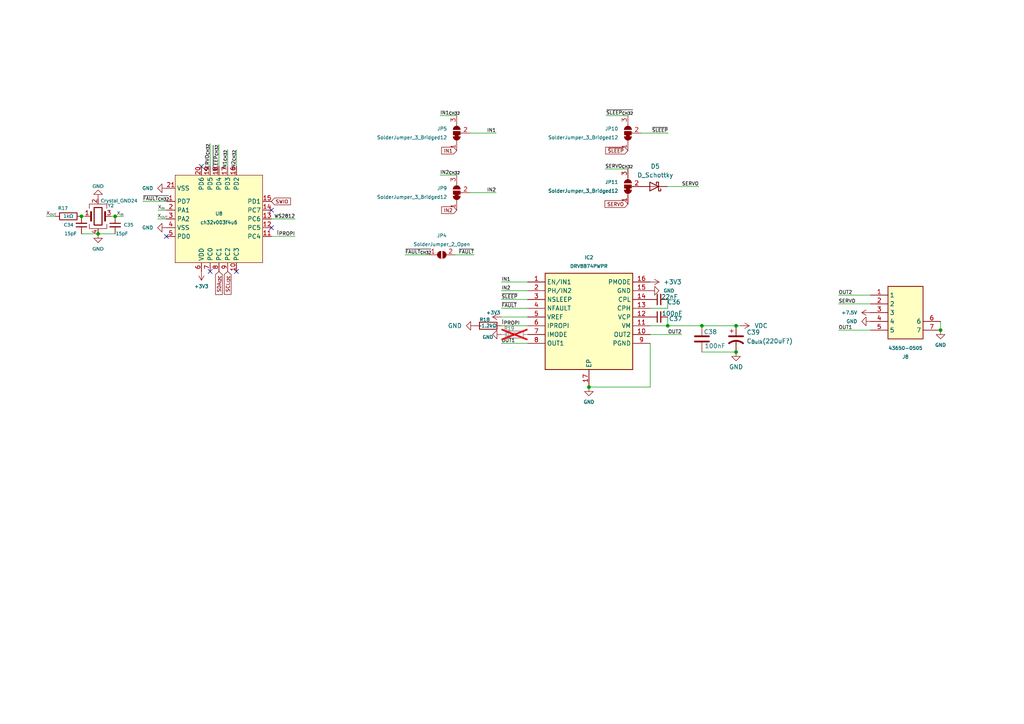
<source format=kicad_sch>
(kicad_sch (version 20230121) (generator eeschema)
  (paper "A4")
  (lib_symbols
    (symbol "DRV8874PWPR:DRV8874PWPR"
      (property "Reference" "IC" (at 31.75 7.62 0))
      (property "Value" "DRV8874PWPR" (at 31.75 5.08 0))
      (symbol "DRV8874PWPR_1_1"
        (rectangle (start 5.08 2.54) (end 30.48 -25.4) (stroke (width 0.254)) (fill (type background)))
        (pin passive line (at 0 0 0) (length 5.08) (name "EN/IN1") (number "1"))
        (pin passive line (at 35.56 -15.24 180) (length 5.08) (name "OUT2") (number "10"))
        (pin passive line (at 35.56 -12.7 180) (length 5.08) (name "VM") (number "11"))
        (pin passive line (at 35.56 -10.16 180) (length 5.08) (name "VCP") (number "12"))
        (pin passive line (at 35.56 -7.62 180) (length 5.08) (name "CPH") (number "13"))
        (pin passive line (at 35.56 -5.08 180) (length 5.08) (name "CPL") (number "14"))
        (pin passive line (at 35.56 -2.54 180) (length 5.08) (name "GND") (number "15"))
        (pin passive line (at 35.56 0 180) (length 5.08) (name "PMODE") (number "16"))
        (pin passive line (at 17.78 -30.48 90) (length 5.08) (name "EP") (number "17"))
        (pin passive line (at 0 -2.54 0) (length 5.08) (name "PH/IN2") (number "2"))
        (pin passive line (at 0 -5.08 0) (length 5.08) (name "NSLEEP") (number "3"))
        (pin passive line (at 0 -7.62 0) (length 5.08) (name "NFAULT") (number "4"))
        (pin passive line (at 0 -10.16 0) (length 5.08) (name "VREF") (number "5"))
        (pin passive line (at 0 -12.7 0) (length 5.08) (name "IPROPI") (number "6"))
        (pin passive line (at 0 -15.24 0) (length 5.08) (name "IMODE") (number "7"))
        (pin passive line (at 0 -17.78 0) (length 5.08) (name "OUT1") (number "8"))
        (pin passive line (at 35.56 -17.78 180) (length 5.08) (name "PGND") (number "9"))
      )
    )
    (symbol "Device:C" (pin_numbers hide) (pin_names (offset 0.254))
      (property "Reference" "C" (at 0.635 2.54 0))
      (property "Value" "C" (at 0.635 -2.54 0))
      (symbol "C_0_1"
        (polyline (pts (xy -2.032 -0.762) (xy 2.032 -0.762)) (stroke (width 0.508)))
        (polyline (pts (xy -2.032 0.762) (xy 2.032 0.762)) (stroke (width 0.508)))
      )
      (symbol "C_1_1"
        (pin passive line (at 0 3.81 270) (length 2.794) (name "~") (number "1"))
        (pin passive line (at 0 -3.81 90) (length 2.794) (name "~") (number "2"))
      )
    )
    (symbol "Device:C_Polarized_US" (pin_numbers hide) (pin_names (offset 0.254) hide)
      (property "Reference" "C" (at 0.635 2.54 0))
      (property "Value" "C_Polarized_US" (at 0.635 -2.54 0))
      (symbol "C_Polarized_US_0_1"
        (polyline (pts (xy -2.032 0.762) (xy 2.032 0.762)) (stroke (width 0.508)))
        (polyline (pts (xy -1.778 2.286) (xy -0.762 2.286)))
        (polyline (pts (xy -1.27 1.778) (xy -1.27 2.794)))
        (arc (start 2.032 -1.27) (mid 0 -0.5572) (end -2.032 -1.27) (stroke (width 0.508)))
      )
      (symbol "C_Polarized_US_1_1"
        (pin passive line (at 0 3.81 270) (length 2.794) (name "~") (number "1"))
        (pin passive line (at 0 -3.81 90) (length 3.302) (name "~") (number "2"))
      )
    )
    (symbol "Device:C_Small" (pin_numbers hide) (pin_names (offset 0.254) hide)
      (property "Reference" "C" (at 0.254 1.778 0))
      (property "Value" "C_Small" (at 0.254 -2.032 0))
      (symbol "C_Small_0_1"
        (polyline (pts (xy -1.524 -0.508) (xy 1.524 -0.508)) (stroke (width 0.3302)))
        (polyline (pts (xy -1.524 0.508) (xy 1.524 0.508)) (stroke (width 0.3048)))
      )
      (symbol "C_Small_1_1"
        (pin passive line (at 0 2.54 270) (length 2.032) (name "~") (number "1"))
        (pin passive line (at 0 -2.54 90) (length 2.032) (name "~") (number "2"))
      )
    )
    (symbol "Device:Crystal_GND24" (pin_names (offset 1.016) hide)
      (property "Reference" "Y" (at 3.175 5.08 0))
      (property "Value" "Crystal_GND24" (at 3.175 3.175 0))
      (symbol "Crystal_GND24_0_1"
        (rectangle (start -1.143 2.54) (end 1.143 -2.54) (stroke (width 0.3048)))
        (polyline (pts (xy -2.54 0) (xy -2.032 0)))
        (polyline (pts (xy -2.032 -1.27) (xy -2.032 1.27)) (stroke (width 0.508)))
        (polyline (pts (xy 0 -3.81) (xy 0 -3.556)))
        (polyline (pts (xy 0 3.556) (xy 0 3.81)))
        (polyline (pts (xy 2.032 -1.27) (xy 2.032 1.27)) (stroke (width 0.508)))
        (polyline (pts (xy 2.032 0) (xy 2.54 0)))
        (polyline (pts (xy -2.54 -2.286) (xy -2.54 -3.556) (xy 2.54 -3.556) (xy 2.54 -2.286)))
        (polyline (pts (xy -2.54 2.286) (xy -2.54 3.556) (xy 2.54 3.556) (xy 2.54 2.286)))
      )
      (symbol "Crystal_GND24_1_1"
        (pin passive line (at -3.81 0 0) (length 1.27) (name "1") (number "1"))
        (pin passive line (at 0 5.08 270) (length 1.27) (name "2") (number "2"))
        (pin passive line (at 3.81 0 180) (length 1.27) (name "3") (number "3"))
        (pin passive line (at 0 -5.08 90) (length 1.27) (name "4") (number "4"))
      )
    )
    (symbol "Device:D_Schottky" (pin_numbers hide) (pin_names (offset 1.016) hide)
      (property "Reference" "D" (at 0 2.54 0))
      (property "Value" "D_Schottky" (at 0 -2.54 0))
      (symbol "D_Schottky_0_1"
        (polyline (pts (xy 1.27 0) (xy -1.27 0)))
        (polyline (pts (xy 1.27 1.27) (xy 1.27 -1.27) (xy -1.27 0) (xy 1.27 1.27)) (stroke (width 0.254)))
        (polyline (pts (xy -1.905 0.635) (xy -1.905 1.27) (xy -1.27 1.27) (xy -1.27 -1.27) (xy -0.635 -1.27) (xy -0.635 -0.635)) (stroke (width 0.254)))
      )
      (symbol "D_Schottky_1_1"
        (pin passive line (at -3.81 0 0) (length 2.54) (name "K") (number "1"))
        (pin passive line (at 3.81 0 180) (length 2.54) (name "A") (number "2"))
      )
    )
    (symbol "Device:R" (pin_numbers hide) (pin_names (offset 0))
      (property "Reference" "R" (at 2.032 0 90))
      (property "Value" "R" (at 0 0 90))
      (symbol "R_0_1"
        (rectangle (start -1.016 -2.54) (end 1.016 2.54) (stroke (width 0.254)))
      )
      (symbol "R_1_1"
        (pin passive line (at 0 3.81 270) (length 1.27) (name "~") (number "1"))
        (pin passive line (at 0 -3.81 90) (length 1.27) (name "~") (number "2"))
      )
    )
    (symbol "Jumper:SolderJumper_2_Open" (pin_names (offset 0) hide)
      (property "Reference" "JP" (at 0 2.032 0))
      (property "Value" "SolderJumper_2_Open" (at 0 -2.54 0))
      (symbol "SolderJumper_2_Open_0_1"
        (arc (start -0.254 1.016) (mid -1.2656 0) (end -0.254 -1.016))
        (arc (start -0.254 1.016) (mid -1.2656 0) (end -0.254 -1.016) (fill (type outline)))
        (polyline (pts (xy -0.254 1.016) (xy -0.254 -1.016)))
        (polyline (pts (xy 0.254 1.016) (xy 0.254 -1.016)))
        (arc (start 0.254 -1.016) (mid 1.2656 0) (end 0.254 1.016))
        (arc (start 0.254 -1.016) (mid 1.2656 0) (end 0.254 1.016) (fill (type outline)))
      )
      (symbol "SolderJumper_2_Open_1_1"
        (pin passive line (at -3.81 0 0) (length 2.54) (name "A") (number "1"))
        (pin passive line (at 3.81 0 180) (length 2.54) (name "B") (number "2"))
      )
    )
    (symbol "Jumper:SolderJumper_3_Bridged12" (pin_names (offset 0) hide)
      (property "Reference" "JP" (at -2.54 -2.54 0))
      (property "Value" "SolderJumper_3_Bridged12" (at 0 2.794 0))
      (symbol "SolderJumper_3_Bridged12_0_1"
        (rectangle (start -1.016 0.508) (end -0.508 -0.508) (fill (type outline)))
        (arc (start -1.016 1.016) (mid -2.0276 0) (end -1.016 -1.016))
        (arc (start -1.016 1.016) (mid -2.0276 0) (end -1.016 -1.016) (fill (type outline)))
        (rectangle (start -0.508 1.016) (end 0.508 -1.016) (fill (type outline)))
        (polyline (pts (xy -2.54 0) (xy -2.032 0)))
        (polyline (pts (xy -1.016 1.016) (xy -1.016 -1.016)))
        (polyline (pts (xy 0 -1.27) (xy 0 -1.016)))
        (polyline (pts (xy 1.016 1.016) (xy 1.016 -1.016)))
        (polyline (pts (xy 2.54 0) (xy 2.032 0)))
        (arc (start 1.016 -1.016) (mid 2.0276 0) (end 1.016 1.016))
        (arc (start 1.016 -1.016) (mid 2.0276 0) (end 1.016 1.016) (fill (type outline)))
      )
      (symbol "SolderJumper_3_Bridged12_1_1"
        (pin passive line (at -5.08 0 0) (length 2.54) (name "A") (number "1"))
        (pin passive line (at 0 -3.81 90) (length 2.54) (name "C") (number "2"))
        (pin passive line (at 5.08 0 180) (length 2.54) (name "B") (number "3"))
      )
    )
    (symbol "MOLEX-MicroFit-5P:43650-0505"
      (property "Reference" "J" (at 16.51 7.62 0))
      (property "Value" "43650-0505" (at 16.51 5.08 0))
      (symbol "43650-0505_1_1"
        (rectangle (start 5.08 2.54) (end 15.24 -12.7) (stroke (width 0.254)) (fill (type background)))
        (pin passive line (at 20.32 -10.16 180) (length 5.08) (name "1") (number "1"))
        (pin passive line (at 20.32 -7.62 180) (length 5.08) (name "2") (number "2"))
        (pin passive line (at 20.32 -5.08 180) (length 5.08) (name "3") (number "3"))
        (pin passive line (at 20.32 -2.54 180) (length 5.08) (name "4") (number "4"))
        (pin passive line (at 20.32 0 180) (length 5.08) (name "5") (number "5"))
        (pin passive line (at 0 -2.54 0) (length 5.08) (name "6") (number "6"))
        (pin passive line (at 0 0 0) (length 5.08) (name "7") (number "7"))
      )
    )
    (symbol "PCM_4ms_Power-symbol:GND" (power) (pin_names (offset 0))
      (property "Value" "GND" (at 0 -3.81 0))
      (symbol "GND_0_1"
        (polyline (pts (xy 0 0) (xy 0 -1.27) (xy 1.27 -1.27) (xy 0 -2.54) (xy -1.27 -1.27) (xy 0 -1.27)))
      )
      (symbol "GND_1_1"
        (pin power_in line (at 0 0 270) (length 0) hide (name "GND") (number "1"))
      )
    )
    (symbol "ch32v003:ch32v003f4u6"
      (property "Reference" "U" (at 0 0 0))
      (property "Value" "ch32v003f4u6" (at 0 0 0))
      (symbol "ch32v003f4u6_1_1"
        (rectangle (start -12.7 12.7) (end 12.7 -12.7) (fill (type background)))
        (pin input line (at -15.24 5.08 0) (length 2.54) (name "PD7") (number "1"))
        (pin input line (at 5.08 -15.24 90) (length 2.54) (name "PC3") (number "10"))
        (pin input line (at 15.24 -5.08 180) (length 2.54) (name "PC4") (number "11"))
        (pin input line (at 15.24 -2.54 180) (length 2.54) (name "PC5") (number "12"))
        (pin input line (at 15.24 0 180) (length 2.54) (name "PC6") (number "13"))
        (pin input line (at 15.24 2.54 180) (length 2.54) (name "PC7") (number "14"))
        (pin input line (at 15.24 5.08 180) (length 2.54) (name "PD1") (number "15"))
        (pin input line (at 5.08 15.24 270) (length 2.54) (name "PD2") (number "16"))
        (pin input line (at 2.54 15.24 270) (length 2.54) (name "PD3") (number "17"))
        (pin input line (at 0 15.24 270) (length 2.54) (name "PD4") (number "18"))
        (pin input line (at -2.54 15.24 270) (length 2.54) (name "PD5") (number "19"))
        (pin input line (at -15.24 2.54 0) (length 2.54) (name "PA1") (number "2"))
        (pin input line (at -5.08 15.24 270) (length 2.54) (name "PD6") (number "20"))
        (pin input line (at -15.24 8.89 0) (length 2.54) (name "VSS") (number "21"))
        (pin input line (at -15.24 0 0) (length 2.54) (name "PA2") (number "3"))
        (pin input line (at -15.24 -2.54 0) (length 2.54) (name "VSS") (number "4"))
        (pin input line (at -15.24 -5.08 0) (length 2.54) (name "PD0") (number "5"))
        (pin input line (at -5.08 -15.24 90) (length 2.54) (name "VDD") (number "6"))
        (pin input line (at -2.54 -15.24 90) (length 2.54) (name "PC0") (number "7"))
        (pin input line (at 0 -15.24 90) (length 2.54) (name "PC1") (number "8"))
        (pin input line (at 2.54 -15.24 90) (length 2.54) (name "PC2") (number "9"))
      )
    )
    (symbol "power:+3V3" (power) (pin_names (offset 0))
      (property "Value" "+3V3" (at 0 3.556 0))
      (symbol "+3V3_0_1"
        (polyline (pts (xy -0.762 1.27) (xy 0 2.54)))
        (polyline (pts (xy 0 0) (xy 0 2.54)))
        (polyline (pts (xy 0 2.54) (xy 0.762 1.27)))
      )
      (symbol "+3V3_1_1"
        (pin power_in line (at 0 0 90) (length 0) hide (name "+3V3") (number "1"))
      )
    )
    (symbol "power:+7.5V" (power) (pin_names (offset 0))
      (property "Value" "+7.5V" (at 0 3.556 0))
      (symbol "+7.5V_0_1"
        (polyline (pts (xy -0.762 1.27) (xy 0 2.54)))
        (polyline (pts (xy 0 0) (xy 0 2.54)))
        (polyline (pts (xy 0 2.54) (xy 0.762 1.27)))
      )
      (symbol "+7.5V_1_1"
        (pin power_in line (at 0 0 90) (length 0) hide (name "+7.5V") (number "1"))
      )
    )
    (symbol "power:GND" (power) (pin_names (offset 0))
      (property "Value" "GND" (at 0 -3.81 0))
      (symbol "GND_0_1"
        (polyline (pts (xy 0 0) (xy 0 -1.27) (xy 1.27 -1.27) (xy 0 -2.54) (xy -1.27 -1.27) (xy 0 -1.27)))
      )
      (symbol "GND_1_1"
        (pin power_in line (at 0 0 270) (length 0) hide (name "GND") (number "1"))
      )
    )
    (symbol "power:VDC" (power) (pin_names (offset 0))
      (property "Value" "VDC" (at 0 6.35 0))
      (symbol "VDC_0_1"
        (polyline (pts (xy -0.762 1.27) (xy 0 2.54)))
        (polyline (pts (xy 0 0) (xy 0 2.54)))
        (polyline (pts (xy 0 2.54) (xy 0.762 1.27)))
      )
      (symbol "VDC_1_1"
        (pin power_in line (at 0 0 90) (length 0) hide (name "VDC") (number "1"))
      )
    )
  )
  (junction (at 213.487 102.108))
  (junction (at 272.796 95.758))
  (junction (at 28.448 67.818))
  (junction (at 170.815 112.268))
  (junction (at 193.675 94.488))
  (junction (at 33.401 62.738))
  (junction (at 213.487 94.488))
  (junction (at 23.622 62.738))
  (junction (at 203.581 94.488))
  (no_connect (at 48.26 68.58))
  (no_connect (at 58.42 48.26))
  (no_connect (at 68.58 78.74))
  (no_connect (at 78.74 66.04))
  (no_connect (at 60.96 78.74))
  (no_connect (at 78.74 60.96))
  (wire (pts (xy 193.675 86.868) (xy 193.675 89.408)))
  (wire (pts (xy 23.622 62.738) (xy 24.638 62.738)))
  (wire (pts (xy 243.205 88.138) (xy 252.476 88.138)))
  (wire (pts (xy 145.415 99.568) (xy 153.035 99.568)))
  (wire (pts (xy 136.271 55.88) (xy 143.891 55.88)))
  (wire (pts (xy 193.548 54.102) (xy 202.692 54.102)))
  (wire (pts (xy 213.487 94.488) (xy 214.757 94.488)))
  (wire (pts (xy 145.415 89.408) (xy 153.035 89.408)))
  (wire (pts (xy 137.541 73.914) (xy 131.953 73.914)))
  (wire (pts (xy 136.271 38.608) (xy 143.891 38.608)))
  (wire (pts (xy 197.739 97.028) (xy 188.595 97.028)))
  (wire (pts (xy 153.035 86.868) (xy 145.415 86.868)))
  (wire (pts (xy 188.595 99.568) (xy 188.595 112.268)))
  (wire (pts (xy 188.595 112.268) (xy 170.815 112.268)))
  (wire (pts (xy 272.796 93.218) (xy 272.796 95.758)))
  (wire (pts (xy 23.622 67.818) (xy 28.448 67.818)))
  (wire (pts (xy 127.635 33.528) (xy 132.461 33.528)))
  (wire (pts (xy 203.581 102.108) (xy 213.487 102.108)))
  (wire (pts (xy 78.74 68.58) (xy 85.598 68.58)))
  (wire (pts (xy 68.58 43.434) (xy 68.58 48.26)))
  (wire (pts (xy 66.04 43.434) (xy 66.04 48.26)))
  (wire (pts (xy 203.581 94.488) (xy 213.487 94.488)))
  (wire (pts (xy 78.74 63.5) (xy 85.598 63.5)))
  (wire (pts (xy 175.514 49.022) (xy 182.118 49.022)))
  (wire (pts (xy 185.928 38.608) (xy 193.802 38.608)))
  (wire (pts (xy 28.448 67.818) (xy 33.401 67.818)))
  (wire (pts (xy 32.258 62.738) (xy 33.401 62.738)))
  (wire (pts (xy 193.675 91.948) (xy 193.675 94.488)))
  (wire (pts (xy 153.035 84.328) (xy 145.415 84.328)))
  (wire (pts (xy 243.205 95.758) (xy 252.476 95.758)))
  (wire (pts (xy 193.675 94.488) (xy 203.581 94.488)))
  (wire (pts (xy 243.205 85.598) (xy 252.476 85.598)))
  (wire (pts (xy 63.5 41.91) (xy 63.5 48.26)))
  (wire (pts (xy 145.415 91.948) (xy 153.035 91.948)))
  (wire (pts (xy 41.402 58.42) (xy 48.26 58.42)))
  (wire (pts (xy 45.72 63.5) (xy 48.26 63.5)))
  (wire (pts (xy 145.415 94.488) (xy 153.035 94.488)))
  (wire (pts (xy 117.475 73.914) (xy 124.333 73.914)))
  (wire (pts (xy 33.401 62.738) (xy 35.814 62.738)))
  (wire (pts (xy 153.035 81.788) (xy 145.415 81.788)))
  (wire (pts (xy 193.675 89.408) (xy 188.595 89.408)))
  (wire (pts (xy 60.96 41.656) (xy 60.96 48.26)))
  (wire (pts (xy 13.462 62.738) (xy 16.002 62.738)))
  (wire (pts (xy 188.595 94.488) (xy 193.675 94.488)))
  (wire (pts (xy 175.768 33.528) (xy 182.118 33.528)))
  (wire (pts (xy 48.26 60.96) (xy 45.847 60.96)))
  (wire (pts (xy 127.635 50.8) (xy 132.461 50.8)))
  (label "~{SLEEP_{CH32}}" (at 175.768 33.528 0) (effects (font (size 1 1))))
  (label "IN1" (at 145.415 81.788 0) (effects (font (size 1 1))))
  (label "X_{OUT}" (at 13.462 62.738 0) (effects (font (size 1 1))))
  (label "SERVO_{CH32}" (at 60.96 41.656 270) (effects (font (size 1 1))))
  (label "OUT2" (at 243.205 85.598 0) (effects (font (size 1 1))))
  (label "X_{IN}" (at 45.847 60.96 0) (effects (font (size 1 1))))
  (label "X_{OUT}" (at 45.72 63.5 0) (effects (font (size 1 1))))
  (label "IN2_{CH32}" (at 127.635 50.8 0) (effects (font (size 1 1))))
  (label "IN1_{CH32}" (at 66.04 43.434 270) (effects (font (size 1 1))))
  (label "~{FAULT}" (at 145.415 89.408 0) (effects (font (size 1 1))))
  (label "~{FAULT_{CH32}}" (at 117.475 73.914 0) (effects (font (size 1 1))))
  (label "IN2" (at 145.415 84.328 0) (effects (font (size 1 1))))
  (label "OUT1" (at 145.415 99.568 0) (effects (font (size 1 1))))
  (label "SERVO" (at 243.205 88.138 0) (effects (font (size 1 1))))
  (label "~{SLEEP}" (at 193.802 38.608 180) (effects (font (size 1 1))))
  (label "~{SLEEP_{CH32}}" (at 63.5 41.91 270) (effects (font (size 1 1))))
  (label "X_{IN}" (at 35.814 62.738 180) (effects (font (size 1 1))))
  (label "SERVO" (at 202.692 54.102 180) (effects (font (size 1 1))))
  (label "~{FAULT}" (at 137.541 73.914 180) (effects (font (size 1 1))))
  (label "IN2_{CH32}" (at 68.58 43.434 270) (effects (font (size 1 1))))
  (label "I_{PROPI}" (at 85.598 68.58 180))
  (label "~{SLEEP}" (at 145.415 86.868 0) (effects (font (size 1 1))))
  (label "IN2" (at 143.891 55.88 180) (effects (font (size 1 1))))
  (label "~{FAULT_{CH32}}" (at 41.402 58.42 0) (effects (font (size 1 1))))
  (label "OUT2" (at 197.739 97.028 180) (effects (font (size 1 1))))
  (label "IN1_{CH32}" (at 127.635 33.528 0) (effects (font (size 1 1))))
  (label "OUT1" (at 243.205 95.758 0) (effects (font (size 1 1))))
  (label "IN1" (at 143.891 38.608 180) (effects (font (size 1 1))))
  (label "SERVO_{CH32}" (at 175.514 49.022 0) (effects (font (size 1 1))))
  (label "WS2812" (at 85.598 63.5 180) (effects (font (size 1 1))))
  (label "I_{PROPI}" (at 145.415 94.488 0))
  (global_label "IN2_{${SHEETNAME}}" (shape input) (at 132.461 60.96 180) (effects (font (size 1 1))) (property "Intersheetrefs" "${INTERSHEET_REFS}" (effects hide)))
  (global_label "SWIO_{${SHEETNAME}}" (shape input) (at 78.74 58.42 0) (effects (font (size 1 1))) (property "Intersheetrefs" "${INTERSHEET_REFS}" (effects hide)))
  (global_label "~{SLEEP_{${SHEETNAME}}}" (shape input) (at 182.118 43.688 180) (effects (font (size 1 1))) (property "Intersheetrefs" "${INTERSHEET_REFS}" (effects hide)))
  (global_label "IN1_{${SHEETNAME}}" (shape input) (at 132.461 43.688 180) (effects (font (size 1 1))) (property "Intersheetrefs" "${INTERSHEET_REFS}" (effects hide)))
  (global_label "SDA_{I2C}" (shape input) (at 63.5 78.74 270) (effects (font (size 1 1))) (property "Intersheetrefs" "${INTERSHEET_REFS}" (effects hide)))
  (global_label "SCL_{I2C}" (shape input) (at 66.04 78.74 270) (effects (font (size 1 1))) (property "Intersheetrefs" "${INTERSHEET_REFS}" (effects hide)))
  (global_label "SERVO_{${SHEETNAME}}" (shape input) (at 182.118 59.182 180) (effects (font (size 1 1))) (property "Intersheetrefs" "${INTERSHEET_REFS}" (effects hide)))
  (symbol (lib_id "power:+7.5V") (at 252.476 90.678 90) (unit 1)
    (property "Reference" "#PWR0109" (effects hide))
    (property "Value" "+7.5V" (at 248.666 90.6781 90) (effects (font (size 1 1)) (justify left)))
    (instances (project "main_pcb" (path "" (reference "#PWR0109") (unit 1)) (path "" (reference "#PWR0125") (unit 1)) (path "" (reference "#PWR0141") (unit 1)) (path "" (reference "#PWR0157") (unit 1)) (path "" (reference "#PWR0173") (unit 1)) (path "" (reference "#PWR0189") (unit 1))))
  )
  (symbol (lib_id "power:VDC") (at 214.757 94.488 270) (unit 1)
    (property "Reference" "#PWR0108" (effects hide))
    (property "Value" "VDC" (at 218.821 94.4879 90) (effects (justify left)))
    (instances (project "main_pcb" (path "" (reference "#PWR0108") (unit 1)) (path "" (reference "#PWR0124") (unit 1)) (path "" (reference "#PWR0140") (unit 1)) (path "" (reference "#PWR0156") (unit 1)) (path "" (reference "#PWR0172") (unit 1)) (path "" (reference "#PWR0188") (unit 1))))
  )
  (symbol (lib_id "Device:R") (at 149.225 97.028 90) (unit 1) (dnp yes)
    (property "Reference" "R19" (at 147.701 95.25 90) (effects (font (size 1 1))))
    (property "Value" "DNF" (at 148.209 97.028 90) (effects (font (size 1 1))))
    (property "Footprint" "Resistor_SMD:R_0603_1608Metric_Pad0.98x0.95mm_HandSolder" (effects hide))
    (instances (project "main_pcb" (path "" (reference "R19") (unit 1)) (path "" (reference "R22") (unit 1)) (path "" (reference "R25") (unit 1)) (path "" (reference "R28") (unit 1)) (path "" (reference "R31") (unit 1)) (path "" (reference "R34") (unit 1))))
  )
  (symbol (lib_id "Jumper:SolderJumper_3_Bridged12") (at 182.118 38.608 90) (unit 1)
    (property "Reference" "JP10" (at 179.324 37.3379 90) (effects (font (size 1 1)) (justify left)))
    (property "Value" "SolderJumper_3_Bridged12" (at 179.324 39.8779 90) (effects (font (size 1 1)) (justify left)))
    (property "Footprint" "Jumper:SolderJumper-3_P1.3mm_Bridged12_RoundedPad1.0x1.5mm" (effects hide))
    (instances (project "main_pcb" (path "" (reference "JP10") (unit 1)) (path "" (reference "JP15") (unit 1)) (path "" (reference "JP20") (unit 1)) (path "" (reference "JP25") (unit 1)) (path "" (reference "JP30") (unit 1)) (path "" (reference "JP35") (unit 1))))
  )
  (symbol (lib_id "Device:C_Small") (at 23.622 65.278 180) (unit 1)
    (property "Reference" "C34" (at 18.542 65.278 0) (effects (font (size 1 1)) (justify right)))
    (property "Value" "15pF" (at 18.542 67.818 0) (effects (font (size 1 1)) (justify right)))
    (property "Footprint" "Capacitor_SMD:C_0603_1608Metric_Pad1.08x0.95mm_HandSolder" (effects hide))
    (property "LCSC" "C107037" (effects hide))
    (instances (project "main_pcb" (path "" (reference "C34") (unit 1)) (path "" (reference "C40") (unit 1)) (path "" (reference "C46") (unit 1)) (path "" (reference "C52") (unit 1)) (path "" (reference "C58") (unit 1)) (path "" (reference "C64") (unit 1))))
  )
  (symbol (lib_id "ch32v003:ch32v003f4u6") (at 63.5 63.5 0) (unit 1)
    (property "Reference" "U8" (at 63.5 61.976 0) (effects (font (size 1 1))))
    (property "Value" "ch32v003f4u6" (at 63.5 64.516 0) (effects (font (size 1 1))))
    (property "Footprint" "Package_DFN_QFN:QFN-20-1EP_3x3mm_P0.4mm_EP1.65x1.65mm" (effects hide))
    (property "LCSC" "C5299908" (effects hide))
    (instances (project "main_pcb" (path "" (reference "U8") (unit 1)) (path "" (reference "U9") (unit 1)) (path "" (reference "U10") (unit 1)) (path "" (reference "U11") (unit 1)) (path "" (reference "U12") (unit 1)) (path "" (reference "U13") (unit 1))))
  )
  (symbol (lib_id "Device:C") (at 203.581 98.298 0) (unit 1)
    (property "Reference" "C38" (at 204.089 96.266 0) (effects (justify left)))
    (property "Value" "100nF" (at 204.343 100.33 0) (effects (justify left)))
    (property "Footprint" "Capacitor_SMD:C_0402_1005Metric_Pad0.74x0.62mm_HandSolder" (effects hide))
    (property "LCSC" "C1525" (effects hide))
    (instances (project "main_pcb" (path "" (reference "C38") (unit 1)) (path "" (reference "C44") (unit 1)) (path "" (reference "C50") (unit 1)) (path "" (reference "C56") (unit 1)) (path "" (reference "C62") (unit 1)) (path "" (reference "C68") (unit 1))))
  )
  (symbol (lib_id "Device:Crystal_GND24") (at 28.448 62.738 0) (unit 1)
    (property "Reference" "Y2" (at 32.131 59.69 0) (effects (font (size 1 1))))
    (property "Value" "Crystal_GND24" (at 34.544 58.293 0) (effects (font (size 1 1))))
    (property "Footprint" "Crystal:Crystal_SMD_3225-4Pin_3.2x2.5mm" (effects hide))
    (property "LCSC" "C7424717" (effects hide))
    (instances (project "main_pcb" (path "" (reference "Y2") (unit 1)) (path "" (reference "Y3") (unit 1)) (path "" (reference "Y4") (unit 1)) (path "" (reference "Y5") (unit 1)) (path "" (reference "Y6") (unit 1)) (path "" (reference "Y7") (unit 1))))
  )
  (symbol (lib_id "PCM_4ms_Power-symbol:GND") (at 137.795 94.488 270) (unit 1)
    (property "Reference" "#PWR0101" (effects hide))
    (property "Value" "GND" (at 133.985 94.4879 90) (effects (justify right)))
    (instances (project "main_pcb" (path "" (reference "#PWR0101") (unit 1)) (path "" (reference "#PWR0117") (unit 1)) (path "" (reference "#PWR0133") (unit 1)) (path "" (reference "#PWR0149") (unit 1)) (path "" (reference "#PWR0165") (unit 1)) (path "" (reference "#PWR0181") (unit 1))))
  )
  (symbol (lib_id "Jumper:SolderJumper_3_Bridged12") (at 132.461 55.88 90) (unit 1)
    (property "Reference" "JP9" (at 129.667 54.6099 90) (effects (font (size 1 1)) (justify left)))
    (property "Value" "SolderJumper_3_Bridged12" (at 129.667 57.1499 90) (effects (font (size 1 1)) (justify left)))
    (property "Footprint" "Jumper:SolderJumper-3_P1.3mm_Bridged12_RoundedPad1.0x1.5mm" (effects hide))
    (instances (project "main_pcb" (path "" (reference "JP9") (unit 1)) (path "" (reference "JP14") (unit 1)) (path "" (reference "JP19") (unit 1)) (path "" (reference "JP24") (unit 1)) (path "" (reference "JP29") (unit 1)) (path "" (reference "JP34") (unit 1))))
  )
  (symbol (lib_id "power:GND") (at 28.448 67.818 0) (unit 1)
    (property "Reference" "#PWR097" (effects hide))
    (property "Value" "GND" (at 28.448 72.2614 0) (effects (font (size 1 1))))
    (instances (project "main_pcb" (path "" (reference "#PWR097") (unit 1)) (path "" (reference "#PWR0113") (unit 1)) (path "" (reference "#PWR0129") (unit 1)) (path "" (reference "#PWR0145") (unit 1)) (path "" (reference "#PWR0161") (unit 1)) (path "" (reference "#PWR0177") (unit 1))))
  )
  (symbol (lib_id "PCM_4ms_Power-symbol:GND") (at 188.595 84.328 90) (unit 1)
    (property "Reference" "#PWR0106" (effects hide))
    (property "Value" "GND" (at 192.405 84.3279 90) (effects (font (size 1 1)) (justify right)))
    (instances (project "main_pcb" (path "" (reference "#PWR0106") (unit 1)) (path "" (reference "#PWR0122") (unit 1)) (path "" (reference "#PWR0138") (unit 1)) (path "" (reference "#PWR0154") (unit 1)) (path "" (reference "#PWR0170") (unit 1)) (path "" (reference "#PWR0186") (unit 1))))
  )
  (symbol (lib_id "power:+3V3") (at 145.415 91.948 90) (unit 1)
    (property "Reference" "#PWR0102" (effects hide))
    (property "Value" "+3V3" (at 145.161 90.678 90) (effects (font (size 1 1)) (justify left)))
    (instances (project "main_pcb" (path "" (reference "#PWR0102") (unit 1)) (path "" (reference "#PWR0118") (unit 1)) (path "" (reference "#PWR0134") (unit 1)) (path "" (reference "#PWR0150") (unit 1)) (path "" (reference "#PWR0166") (unit 1)) (path "" (reference "#PWR0182") (unit 1))))
  )
  (symbol (lib_id "Device:D_Schottky") (at 189.738 54.102 180) (unit 1)
    (property "Reference" "D5" (at 190.0555 48.26 0))
    (property "Value" "D_Schottky" (at 190.0555 50.8 0))
    (property "Footprint" "Diode_SMD:D_SOD-123" (effects hide))
    (property "LCSC" "C5344563" (effects hide))
    (instances (project "main_pcb" (path "" (reference "D5") (unit 1)) (path "" (reference "D6") (unit 1)) (path "" (reference "D7") (unit 1)) (path "" (reference "D8") (unit 1)) (path "" (reference "D9") (unit 1)) (path "" (reference "D10") (unit 1))))
  )
  (symbol (lib_id "PCM_4ms_Power-symbol:GND") (at 272.796 95.758 0) (unit 1)
    (property "Reference" "#PWR0111" (effects hide))
    (property "Value" "GND" (at 272.796 100.076 0) (effects (font (size 1 1))))
    (instances (project "main_pcb" (path "" (reference "#PWR0111") (unit 1)) (path "" (reference "#PWR0127") (unit 1)) (path "" (reference "#PWR0143") (unit 1)) (path "" (reference "#PWR0159") (unit 1)) (path "" (reference "#PWR0175") (unit 1)) (path "" (reference "#PWR0191") (unit 1))))
  )
  (symbol (lib_id "PCM_4ms_Power-symbol:GND") (at 170.815 112.268 0) (unit 1)
    (property "Reference" "#PWR0104" (effects hide))
    (property "Value" "GND" (at 170.815 116.586 0) (effects (font (size 1 1))))
    (instances (project "main_pcb" (path "" (reference "#PWR0104") (unit 1)) (path "" (reference "#PWR0120") (unit 1)) (path "" (reference "#PWR0136") (unit 1)) (path "" (reference "#PWR0152") (unit 1)) (path "" (reference "#PWR0168") (unit 1)) (path "" (reference "#PWR0184") (unit 1))))
  )
  (symbol (lib_id "Device:C_Small") (at 191.135 86.868 90) (unit 1)
    (property "Reference" "C36" (at 195.453 87.63 90))
    (property "Value" "22nF" (at 194.183 86.106 90))
    (property "Footprint" "Capacitor_SMD:C_0603_1608Metric_Pad1.08x0.95mm_HandSolder" (effects hide))
    (property "LCSC" "C77571" (effects hide))
    (instances (project "main_pcb" (path "" (reference "C36") (unit 1)) (path "" (reference "C42") (unit 1)) (path "" (reference "C48") (unit 1)) (path "" (reference "C54") (unit 1)) (path "" (reference "C60") (unit 1)) (path "" (reference "C66") (unit 1))))
  )
  (symbol (lib_id "PCM_4ms_Power-symbol:GND") (at 48.26 54.61 270) (unit 1)
    (property "Reference" "#PWR098" (effects hide))
    (property "Value" "GND" (at 44.45 54.6099 90) (effects (font (size 1 1)) (justify right)))
    (instances (project "main_pcb" (path "" (reference "#PWR098") (unit 1)) (path "" (reference "#PWR0114") (unit 1)) (path "" (reference "#PWR0130") (unit 1)) (path "" (reference "#PWR0146") (unit 1)) (path "" (reference "#PWR0162") (unit 1)) (path "" (reference "#PWR0178") (unit 1))))
  )
  (symbol (lib_id "Device:R") (at 19.812 62.738 90) (unit 1)
    (property "Reference" "R17" (at 18.288 60.452 90) (effects (font (size 1 1))))
    (property "Value" "1kΩ" (at 19.812 62.738 90) (effects (font (size 1 1))))
    (property "Footprint" "Resistor_SMD:R_0603_1608Metric_Pad0.98x0.95mm_HandSolder" (effects hide))
    (property "LCSC" "C22548" (effects hide))
    (instances (project "main_pcb" (path "" (reference "R17") (unit 1)) (path "" (reference "R20") (unit 1)) (path "" (reference "R23") (unit 1)) (path "" (reference "R26") (unit 1)) (path "" (reference "R29") (unit 1)) (path "" (reference "R32") (unit 1))))
  )
  (symbol (lib_id "PCM_4ms_Power-symbol:GND") (at 48.26 66.04 270) (unit 1)
    (property "Reference" "#PWR099" (effects hide))
    (property "Value" "GND" (at 44.45 66.0399 90) (effects (font (size 1 1)) (justify right)))
    (instances (project "main_pcb" (path "" (reference "#PWR099") (unit 1)) (path "" (reference "#PWR0115") (unit 1)) (path "" (reference "#PWR0131") (unit 1)) (path "" (reference "#PWR0147") (unit 1)) (path "" (reference "#PWR0163") (unit 1)) (path "" (reference "#PWR0179") (unit 1))))
  )
  (symbol (lib_id "power:+3V3") (at 58.42 78.74 180) (unit 1)
    (property "Reference" "#PWR0100" (effects hide))
    (property "Value" "+3V3" (at 58.42 83.058 0) (effects (font (size 1 1))))
    (instances (project "main_pcb" (path "" (reference "#PWR0100") (unit 1)) (path "" (reference "#PWR0116") (unit 1)) (path "" (reference "#PWR0132") (unit 1)) (path "" (reference "#PWR0148") (unit 1)) (path "" (reference "#PWR0164") (unit 1)) (path "" (reference "#PWR0180") (unit 1))))
  )
  (symbol (lib_id "PCM_4ms_Power-symbol:GND") (at 145.415 97.028 270) (unit 1)
    (property "Reference" "#PWR0103" (effects hide))
    (property "Value" "GND" (at 143.129 97.79 90) (effects (font (size 1 1)) (justify right)))
    (instances (project "main_pcb" (path "" (reference "#PWR0103") (unit 1)) (path "" (reference "#PWR0119") (unit 1)) (path "" (reference "#PWR0135") (unit 1)) (path "" (reference "#PWR0151") (unit 1)) (path "" (reference "#PWR0167") (unit 1)) (path "" (reference "#PWR0183") (unit 1))))
  )
  (symbol (lib_id "Device:C_Small") (at 191.135 91.948 90) (unit 1)
    (property "Reference" "C37" (at 195.961 92.456 90))
    (property "Value" "100nF" (at 194.945 90.932 90))
    (property "Footprint" "Capacitor_SMD:C_0402_1005Metric_Pad0.74x0.62mm_HandSolder" (effects hide))
    (property "LCSC" "C1525" (effects hide))
    (instances (project "main_pcb" (path "" (reference "C37") (unit 1)) (path "" (reference "C43") (unit 1)) (path "" (reference "C49") (unit 1)) (path "" (reference "C55") (unit 1)) (path "" (reference "C61") (unit 1)) (path "" (reference "C67") (unit 1))))
  )
  (symbol (lib_id "PCM_4ms_Power-symbol:GND") (at 252.476 93.218 270) (unit 1)
    (property "Reference" "#PWR0110" (effects hide))
    (property "Value" "GND" (at 248.666 93.2181 90) (effects (font (size 1 1)) (justify right)))
    (instances (project "main_pcb" (path "" (reference "#PWR0110") (unit 1)) (path "" (reference "#PWR0126") (unit 1)) (path "" (reference "#PWR0142") (unit 1)) (path "" (reference "#PWR0158") (unit 1)) (path "" (reference "#PWR0174") (unit 1)) (path "" (reference "#PWR0190") (unit 1))))
  )
  (symbol (lib_id "Jumper:SolderJumper_3_Bridged12") (at 132.461 38.608 90) (unit 1)
    (property "Reference" "JP5" (at 129.667 37.3379 90) (effects (font (size 1 1)) (justify left)))
    (property "Value" "SolderJumper_3_Bridged12" (at 129.667 39.8779 90) (effects (font (size 1 1)) (justify left)))
    (property "Footprint" "Jumper:SolderJumper-3_P1.3mm_Bridged12_RoundedPad1.0x1.5mm" (effects hide))
    (instances (project "main_pcb" (path "" (reference "JP5") (unit 1)) (path "" (reference "JP13") (unit 1)) (path "" (reference "JP18") (unit 1)) (path "" (reference "JP23") (unit 1)) (path "" (reference "JP28") (unit 1)) (path "" (reference "JP33") (unit 1))))
  )
  (symbol (lib_id "Device:R") (at 141.605 94.488 90) (unit 1)
    (property "Reference" "R18" (at 140.589 92.71 90) (effects (font (size 1 1))))
    (property "Value" "~1.2kΩ " (at 141.859 94.488 90) (effects (font (size 1 1))))
    (property "Footprint" "Resistor_SMD:R_0603_1608Metric_Pad0.98x0.95mm_HandSolder" (effects hide))
    (property "LCSC" "C22765" (effects hide))
    (instances (project "main_pcb" (path "" (reference "R18") (unit 1)) (path "" (reference "R21") (unit 1)) (path "" (reference "R24") (unit 1)) (path "" (reference "R27") (unit 1)) (path "" (reference "R30") (unit 1)) (path "" (reference "R33") (unit 1))))
  )
  (symbol (lib_id "Device:C_Polarized_US") (at 213.487 98.298 0) (unit 1)
    (property "Reference" "C39" (at 216.535 96.3929 0) (effects (justify left)))
    (property "Value" "C_{Bulk}(220uF?)" (at 216.535 98.9329 0) (effects (justify left)))
    (property "Footprint" "Capacitor_SMD:CP_Elec_6.3x5.4" (effects hide))
    (property "LCSC" "C2977551" (effects hide))
    (instances (project "main_pcb" (path "" (reference "C39") (unit 1)) (path "" (reference "C45") (unit 1)) (path "" (reference "C51") (unit 1)) (path "" (reference "C57") (unit 1)) (path "" (reference "C63") (unit 1)) (path "" (reference "C69") (unit 1))))
  )
  (symbol (lib_id "DRV8874PWPR:DRV8874PWPR") (at 153.035 81.788 0) (unit 1)
    (property "Reference" "IC2" (at 170.815 74.676 0) (effects (font (size 1 1))))
    (property "Value" "DRV8874PWPR" (at 170.815 77.216 0) (effects (font (size 1 1))))
    (property "Footprint" "DRV8874PWPR:SOP65P640X120-17N" (effects hide))
    (property "Datasheet" "https://www.ti.com/lit/gpn/DRV8874" (effects hide))
    (property "Height" "1.2" (effects hide))
    (property "Mouser Part Number" "595-DRV8874PWPR" (effects hide))
    (property "Mouser Price/Stock" "https://www.mouser.co.uk/ProductDetail/Texas-Instruments/DRV8874PWPR?qs=mAH9sUMRCtvh%2FSU15ywmDA%3D%3D" (effects hide))
    (property "Manufacturer_Name" "Texas Instruments" (effects hide))
    (property "Manufacturer_Part_Number" "DRV8874PWPR" (effects hide))
    (property "LCSC" "C1855818" (effects hide))
    (instances (project "main_pcb" (path "" (reference "IC2") (unit 1)) (path "" (reference "IC3") (unit 1)) (path "" (reference "IC4") (unit 1)) (path "" (reference "IC5") (unit 1)) (path "" (reference "IC6") (unit 1)) (path "" (reference "IC7") (unit 1))))
  )
  (symbol (lib_id "Jumper:SolderJumper_2_Open") (at 128.143 73.914 0) (unit 1)
    (property "Reference" "JP4" (at 128.143 68.326 0) (effects (font (size 1 1))))
    (property "Value" "SolderJumper_2_Open" (at 128.143 70.866 0) (effects (font (size 1 1))))
    (property "Footprint" "Jumper:SolderJumper-2_P1.3mm_Open_RoundedPad1.0x1.5mm" (effects hide))
    (instances (project "main_pcb" (path "" (reference "JP4") (unit 1)) (path "" (reference "JP12") (unit 1)) (path "" (reference "JP17") (unit 1)) (path "" (reference "JP22") (unit 1)) (path "" (reference "JP27") (unit 1)) (path "" (reference "JP32") (unit 1))))
  )
  (symbol (lib_id "MOLEX-MicroFit-5P:43650-0505") (at 272.796 95.758 180) (unit 1)
    (property "Reference" "J8" (at 262.636 103.505 0) (effects (font (size 1 1))))
    (property "Value" "43650-0505" (at 262.636 100.965 0) (effects (font (size 1 1))))
    (property "Footprint" "43650-0505:43650-05YY_03040559" (effects hide))
    (property "Datasheet" "https://www.molex.com/pdm_docs/sd/436500203_sd.pdf" (effects hide))
    (property "Height" "5.57" (effects hide))
    (property "Mouser Part Number" "538-43650-0505" (effects hide))
    (property "Mouser Price/Stock" "https://www.mouser.co.uk/ProductDetail/Molex/43650-0505?qs=zhePCb1yaFMqRr70zh77ag%3D%3D" (effects hide))
    (property "Manufacturer_Name" "Molex" (effects hide))
    (property "Manufacturer_Part_Number" "43650-0505" (effects hide))
    (instances (project "main_pcb" (path "" (reference "J8") (unit 1)) (path "" (reference "J9") (unit 1)) (path "" (reference "J10") (unit 1)) (path "" (reference "J11") (unit 1)) (path "" (reference "J12") (unit 1)) (path "" (reference "J13") (unit 1))))
  )
  (symbol (lib_id "Jumper:SolderJumper_3_Bridged12") (at 182.118 54.102 90) (unit 1)
    (property "Reference" "JP11" (at 179.324 52.8319 90) (effects (font (size 1 1)) (justify left)))
    (property "Value" "SolderJumper_3_Bridged12" (at 179.324 55.3719 90) (effects (font (size 1 1)) (justify left)))
    (property "Footprint" "Jumper:SolderJumper-3_P1.3mm_Bridged12_RoundedPad1.0x1.5mm" (effects hide))
    (instances (project "main_pcb" (path "" (reference "JP11") (unit 1)) (path "" (reference "JP16") (unit 1)) (path "" (reference "JP21") (unit 1)) (path "" (reference "JP26") (unit 1)) (path "" (reference "JP31") (unit 1)) (path "" (reference "JP36") (unit 1))))
  )
  (symbol (lib_id "power:+3V3") (at 188.595 81.788 270) (unit 1)
    (property "Reference" "#PWR0105" (effects hide))
    (property "Value" "+3V3" (at 192.405 81.7879 90) (effects (justify left)))
    (instances (project "main_pcb" (path "" (reference "#PWR0105") (unit 1)) (path "" (reference "#PWR0121") (unit 1)) (path "" (reference "#PWR0137") (unit 1)) (path "" (reference "#PWR0153") (unit 1)) (path "" (reference "#PWR0169") (unit 1)) (path "" (reference "#PWR0185") (unit 1))))
  )
  (symbol (lib_id "power:GND") (at 28.448 57.658 180) (unit 1)
    (property "Reference" "#PWR096" (effects hide))
    (property "Value" "GND" (at 28.448 54.0822 0) (effects (font (size 1 1))))
    (instances (project "main_pcb" (path "" (reference "#PWR096") (unit 1)) (path "" (reference "#PWR0112") (unit 1)) (path "" (reference "#PWR0128") (unit 1)) (path "" (reference "#PWR0144") (unit 1)) (path "" (reference "#PWR0160") (unit 1)) (path "" (reference "#PWR0176") (unit 1))))
  )
  (symbol (lib_id "Device:C_Small") (at 33.401 65.278 0) (unit 1)
    (property "Reference" "C35" (at 35.941 65.278 0) (effects (font (size 1 1)) (justify left)))
    (property "Value" "15pF" (at 33.401 67.818 0) (effects (font (size 1 1)) (justify left)))
    (property "Footprint" "Capacitor_SMD:C_0603_1608Metric_Pad1.08x0.95mm_HandSolder" (effects hide))
    (property "LCSC" "C107037" (effects hide))
    (instances (project "main_pcb" (path "" (reference "C35") (unit 1)) (path "" (reference "C41") (unit 1)) (path "" (reference "C47") (unit 1)) (path "" (reference "C53") (unit 1)) (path "" (reference "C59") (unit 1)) (path "" (reference "C65") (unit 1))))
  )
  (symbol (lib_id "PCM_4ms_Power-symbol:GND") (at 213.487 102.108 0) (unit 1)
    (property "Reference" "#PWR0107" (effects hide))
    (property "Value" "GND" (at 213.487 106.426 0))
    (instances (project "main_pcb" (path "" (reference "#PWR0107") (unit 1)) (path "" (reference "#PWR0123") (unit 1)) (path "" (reference "#PWR0139") (unit 1)) (path "" (reference "#PWR0155") (unit 1)) (path "" (reference "#PWR0171") (unit 1)) (path "" (reference "#PWR0187") (unit 1))))
  )
)
</source>
